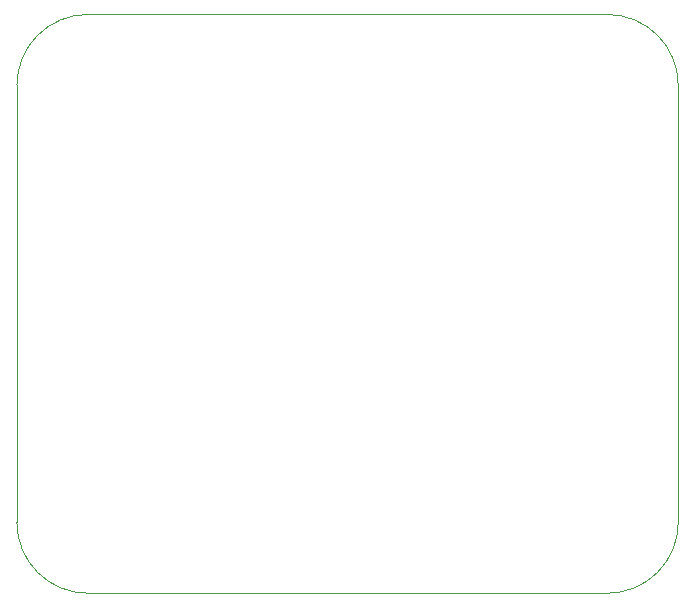
<source format=gbr>
%TF.GenerationSoftware,KiCad,Pcbnew,5.1.8*%
%TF.CreationDate,2020-11-27T01:12:46+01:00*%
%TF.ProjectId,co2box,636f3262-6f78-42e6-9b69-6361645f7063,v0*%
%TF.SameCoordinates,Original*%
%TF.FileFunction,Profile,NP*%
%FSLAX46Y46*%
G04 Gerber Fmt 4.6, Leading zero omitted, Abs format (unit mm)*
G04 Created by KiCad (PCBNEW 5.1.8) date 2020-11-27 01:12:46*
%MOMM*%
%LPD*%
G01*
G04 APERTURE LIST*
%TA.AperFunction,Profile*%
%ADD10C,0.050000*%
%TD*%
G04 APERTURE END LIST*
D10*
X125000000Y-112000000D02*
G75*
G02*
X119000000Y-106000000I0J6000000D01*
G01*
X119000000Y-69000000D02*
G75*
G02*
X125000000Y-63000000I6000000J0D01*
G01*
X169000000Y-63000000D02*
G75*
G02*
X175000000Y-69000000I0J-6000000D01*
G01*
X175000000Y-106000000D02*
G75*
G02*
X169000000Y-112000000I-6000000J0D01*
G01*
X169000000Y-63000000D02*
X125000000Y-63000000D01*
X175000000Y-106000000D02*
X175000000Y-69000000D01*
X125000000Y-112000000D02*
X169000000Y-112000000D01*
X119000000Y-69000000D02*
X119000000Y-106000000D01*
M02*

</source>
